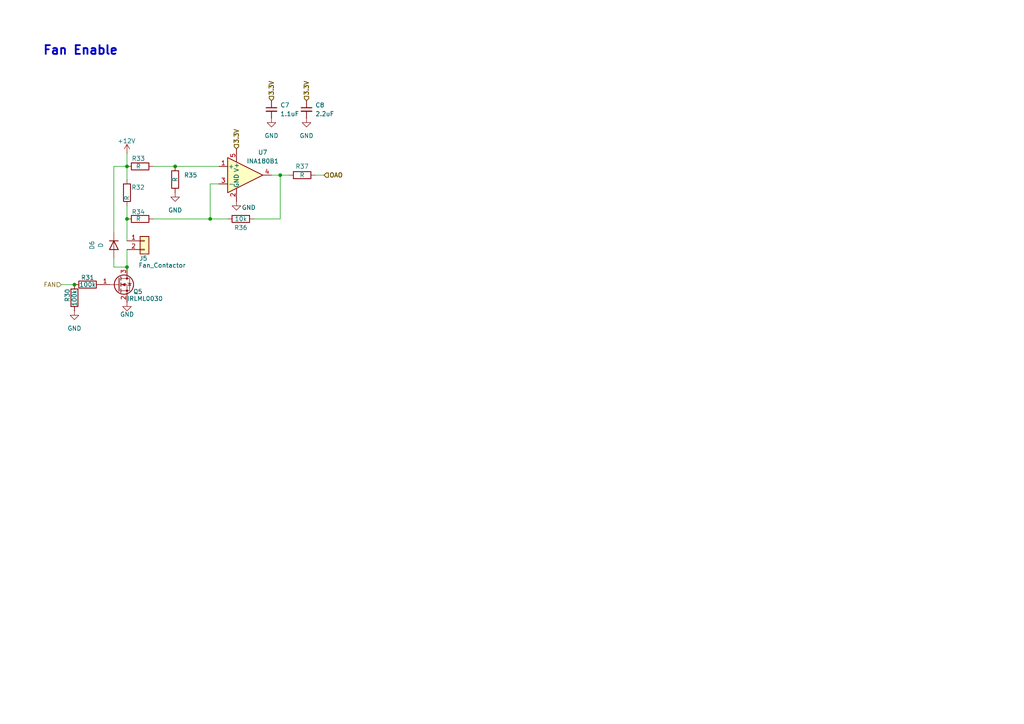
<source format=kicad_sch>
(kicad_sch (version 20231120) (generator "eeschema") (generator_version "8.0")
  (paper "A4")
  (lib_symbols
    (symbol "Amplifier_Current:INA180B1" (pin_names (offset 0.127))
      (property "Reference" "U" (at 3.81 3.81 0))
      (property "Value" "INA180B1" (at 3.81 -2.54 0))
      (symbol "INA180B1_0_1"
        (polyline (pts (xy 5.08 0) (xy -5.08 5.08) (xy -5.08 -5.08) (xy 5.08 0)) (stroke (width 0.254)) (fill (type background)))
      )
      (symbol "INA180B1_1_1"
        (pin input line (at -7.62 2.54 0) (length 2.54) (name "+") (number "1"))
        (pin power_in line (at -2.54 -7.62 90) (length 3.81) (name "GND") (number "2"))
        (pin input line (at -7.62 -2.54 0) (length 2.54) (name "-") (number "3"))
        (pin output line (at 7.62 0 180) (length 2.54) (name "~") (number "4"))
        (pin power_in line (at -2.54 7.62 270) (length 3.81) (name "V+") (number "5"))
      )
    )
    (symbol "Connector_Generic:Conn_01x02" (pin_names (offset 1.016) hide)
      (property "Reference" "J" (at 0 2.54 0))
      (property "Value" "Conn_01x02" (at 0 -5.08 0))
      (symbol "Conn_01x02_1_1"
        (rectangle (start -1.27 -2.413) (end 0 -2.667) (stroke (width 0.1524)))
        (rectangle (start -1.27 0.127) (end 0 -0.127) (stroke (width 0.1524)))
        (rectangle (start -1.27 1.27) (end 1.27 -3.81) (stroke (width 0.254)) (fill (type background)))
        (pin passive line (at -5.08 0 0) (length 3.81) (name "Pin_1") (number "1"))
        (pin passive line (at -5.08 -2.54 0) (length 3.81) (name "Pin_2") (number "2"))
      )
    )
    (symbol "Device:C_Small" (pin_numbers hide) (pin_names (offset 0.254) hide)
      (property "Reference" "C" (at 0.254 1.778 0))
      (property "Value" "C_Small" (at 0.254 -2.032 0))
      (symbol "C_Small_0_1"
        (polyline (pts (xy -1.524 -0.508) (xy 1.524 -0.508)) (stroke (width 0.3302)))
        (polyline (pts (xy -1.524 0.508) (xy 1.524 0.508)) (stroke (width 0.3048)))
      )
      (symbol "C_Small_1_1"
        (pin passive line (at 0 2.54 270) (length 2.032) (name "~") (number "1"))
        (pin passive line (at 0 -2.54 90) (length 2.032) (name "~") (number "2"))
      )
    )
    (symbol "Device:D" (pin_numbers hide) (pin_names (offset 1.016) hide)
      (property "Reference" "D" (at 0 2.54 0))
      (property "Value" "D" (at 0 -2.54 0))
      (symbol "D_0_1"
        (polyline (pts (xy -1.27 1.27) (xy -1.27 -1.27)) (stroke (width 0.254)))
        (polyline (pts (xy 1.27 0) (xy -1.27 0)))
        (polyline (pts (xy 1.27 1.27) (xy 1.27 -1.27) (xy -1.27 0) (xy 1.27 1.27)) (stroke (width 0.254)))
      )
      (symbol "D_1_1"
        (pin passive line (at -3.81 0 0) (length 2.54) (name "K") (number "1"))
        (pin passive line (at 3.81 0 180) (length 2.54) (name "A") (number "2"))
      )
    )
    (symbol "Device:R" (pin_numbers hide) (pin_names (offset 0))
      (property "Reference" "R" (at 2.032 0 90))
      (property "Value" "R" (at 0 0 90))
      (symbol "R_0_1"
        (rectangle (start -1.016 -2.54) (end 1.016 2.54) (stroke (width 0.254)))
      )
      (symbol "R_1_1"
        (pin passive line (at 0 3.81 270) (length 1.27) (name "~") (number "1"))
        (pin passive line (at 0 -3.81 90) (length 1.27) (name "~") (number "2"))
      )
    )
    (symbol "Transistor_FET:IRLML0030" (pin_names hide)
      (property "Reference" "Q" (at 5.08 1.905 0))
      (property "Value" "IRLML0030" (at 5.08 0 0))
      (symbol "IRLML0030_0_1"
        (polyline (pts (xy 0.254 0) (xy -2.54 0)))
        (polyline (pts (xy 0.254 1.905) (xy 0.254 -1.905)) (stroke (width 0.254)))
        (polyline (pts (xy 0.762 -1.27) (xy 0.762 -2.286)) (stroke (width 0.254)))
        (polyline (pts (xy 0.762 0.508) (xy 0.762 -0.508)) (stroke (width 0.254)))
        (polyline (pts (xy 0.762 2.286) (xy 0.762 1.27)) (stroke (width 0.254)))
        (polyline (pts (xy 2.54 2.54) (xy 2.54 1.778)))
        (polyline (pts (xy 2.54 -2.54) (xy 2.54 0) (xy 0.762 0)))
        (polyline (pts (xy 0.762 -1.778) (xy 3.302 -1.778) (xy 3.302 1.778) (xy 0.762 1.778)))
        (polyline (pts (xy 1.016 0) (xy 2.032 0.381) (xy 2.032 -0.381) (xy 1.016 0)) (fill (type outline)))
        (polyline (pts (xy 2.794 0.508) (xy 2.921 0.381) (xy 3.683 0.381) (xy 3.81 0.254)))
        (polyline (pts (xy 3.302 0.381) (xy 2.921 -0.254) (xy 3.683 -0.254) (xy 3.302 0.381)))
        (circle (center 1.651 0) (radius 2.794) (stroke (width 0.254)))
        (circle (center 2.54 -1.778) (radius 0.254) (fill (type outline)))
        (circle (center 2.54 1.778) (radius 0.254) (fill (type outline)))
      )
      (symbol "IRLML0030_1_1"
        (pin input line (at -5.08 0 0) (length 2.54) (name "G") (number "1"))
        (pin passive line (at 2.54 -5.08 90) (length 2.54) (name "S") (number "2"))
        (pin passive line (at 2.54 5.08 270) (length 2.54) (name "D") (number "3"))
      )
    )
    (symbol "power:+12V" (power) (pin_numbers hide) (pin_names (offset 0) hide)
      (property "Value" "+12V" (at 0 3.556 0))
      (symbol "+12V_0_1"
        (polyline (pts (xy -0.762 1.27) (xy 0 2.54)))
        (polyline (pts (xy 0 0) (xy 0 2.54)))
        (polyline (pts (xy 0 2.54) (xy 0.762 1.27)))
      )
      (symbol "+12V_1_1"
        (pin power_in line (at 0 0 90) (length 0) (name "~") (number "1"))
      )
    )
    (symbol "power:GND" (power) (pin_numbers hide) (pin_names (offset 0) hide)
      (property "Value" "GND" (at 0 -3.81 0))
      (symbol "GND_0_1"
        (polyline (pts (xy 0 0) (xy 0 -1.27) (xy 1.27 -1.27) (xy 0 -2.54) (xy -1.27 -1.27) (xy 0 -1.27)))
      )
      (symbol "GND_1_1"
        (pin power_in line (at 0 0 270) (length 0) (name "~") (number "1"))
      )
    )
  )
  (junction (at 36.83 77.47))
  (junction (at 81.28 50.8))
  (junction (at 36.83 63.5))
  (junction (at 60.96 63.5))
  (junction (at 50.8 48.26))
  (junction (at 21.59 82.55))
  (junction (at 36.83 48.26))
  (wire (pts (xy 33.02 67.31) (xy 33.02 48.26)))
  (wire (pts (xy 44.45 48.26) (xy 50.8 48.26)))
  (wire (pts (xy 60.96 63.5) (xy 66.04 63.5)))
  (wire (pts (xy 33.02 48.26) (xy 36.83 48.26)))
  (wire (pts (xy 36.83 59.69) (xy 36.83 63.5)))
  (wire (pts (xy 33.02 77.47) (xy 36.83 77.47)))
  (wire (pts (xy 36.83 44.45) (xy 36.83 48.26)))
  (wire (pts (xy 91.44 50.8) (xy 93.98 50.8)))
  (wire (pts (xy 36.83 77.47) (xy 36.83 72.39)))
  (wire (pts (xy 50.8 48.26) (xy 63.5 48.26)))
  (wire (pts (xy 81.28 50.8) (xy 81.28 63.5)))
  (wire (pts (xy 17.78 82.55) (xy 21.59 82.55)))
  (wire (pts (xy 60.96 53.34) (xy 60.96 63.5)))
  (wire (pts (xy 78.74 50.8) (xy 81.28 50.8)))
  (wire (pts (xy 44.45 63.5) (xy 60.96 63.5)))
  (wire (pts (xy 36.83 48.26) (xy 36.83 52.07)))
  (wire (pts (xy 33.02 74.93) (xy 33.02 77.47)))
  (wire (pts (xy 60.96 53.34) (xy 63.5 53.34)))
  (wire (pts (xy 81.28 50.8) (xy 83.82 50.8)))
  (wire (pts (xy 81.28 63.5) (xy 73.66 63.5)))
  (wire (pts (xy 36.83 63.5) (xy 36.83 69.85)))
  (text "Fan Enable\n" (at 23.368 14.732 0) (effects (font (size 2.54 2.54) (thickness 0.508) (bold yes))))
  (hierarchical_label "OAO" (shape input) (at 93.98 50.8 0) (effects (font (thickness 0.254) (bold yes))))
  (hierarchical_label "3.3V" (shape input) (at 88.9 29.21 90) (effects (font (thickness 0.254) (bold yes))))
  (hierarchical_label "3.3V" (shape input) (at 68.58 43.18 90) (effects (font (thickness 0.254) (bold yes))))
  (hierarchical_label "3.3V" (shape input) (at 78.74 29.21 90) (effects (font (thickness 0.254) (bold yes))))
  (hierarchical_label "FAN" (shape input) (at 17.78 82.55 180))
  (symbol (lib_id "power:+12V") (at 36.83 44.45 0) (unit 1)
    (property "Reference" "#PWR016" (effects (hide yes)))
    (property "Value" "+12V" (at 34.036 40.894 0) (effects (justify left)))
    (property "Description" "Power symbol creates a global label with name \"+12V\"" (effects (hide yes)))
    (instances (project "BPS-Leader" (path "" (reference "#PWR023") (unit 1)) (path "" (reference "#PWR037") (unit 1)) (path "" (reference "#PWR016") (unit 1)) (path "" (reference "#PWR030") (unit 1))))
  )
  (symbol (lib_id "Device:R") (at 21.59 86.36 0) (unit 1)
    (property "Reference" "R22" (at 19.558 87.63 90) (effects (justify left)))
    (property "Value" "100k" (at 21.59 88.9 90) (effects (justify left)))
    (property "Footprint" "Resistor_SMD:R_0805_2012Metric" (effects (hide yes)))
    (property "Description" "Resistor" (effects (hide yes)))
    (instances (project "BPS-Leader" (path "" (reference "R30") (unit 1)) (path "" (reference "R46") (unit 1)) (path "" (reference "R22") (unit 1)) (path "" (reference "R38") (unit 1))))
  )
  (symbol (lib_id "Device:R") (at 25.4 82.55 90) (unit 1)
    (property "Reference" "R23" (at 25.4 80.518 90))
    (property "Value" "100k" (at 25.4 82.55 90))
    (property "Footprint" "Resistor_SMD:R_0805_2012Metric" (effects (hide yes)))
    (property "Description" "Resistor" (effects (hide yes)))
    (instances (project "BPS-Leader" (path "" (reference "R31") (unit 1)) (path "" (reference "R47") (unit 1)) (path "" (reference "R23") (unit 1)) (path "" (reference "R39") (unit 1))))
  )
  (symbol (lib_id "power:GND") (at 78.74 34.29 0) (unit 1)
    (property "Reference" "#PWR020" (effects (hide yes)))
    (property "Value" "GND" (at 78.74 39.37 0))
    (property "Description" "Power symbol creates a global label with name \"GND\" , ground" (effects (hide yes)))
    (instances (project "BPS-Leader" (path "" (reference "#PWR027") (unit 1)) (path "" (reference "#PWR041") (unit 1)) (path "" (reference "#PWR020") (unit 1)) (path "" (reference "#PWR034") (unit 1))))
  )
  (symbol (lib_id "Device:C_Small") (at 88.9 31.75 0) (unit 1)
    (property "Reference" "C6" (at 91.44 30.4862 0) (effects (justify left)))
    (property "Value" "2.2uF" (at 91.44 33.0262 0) (effects (justify left)))
    (property "Description" "Unpolarized capacitor, small symbol" (effects (hide yes)))
    (instances (project "BPS-Leader" (path "" (reference "C8") (unit 1)) (path "" (reference "C12") (unit 1)) (path "" (reference "C6") (unit 1)) (path "" (reference "C10") (unit 1))))
  )
  (symbol (lib_id "Device:R") (at 69.85 63.5 90) (unit 1)
    (property "Reference" "R28" (at 69.85 66.04 90))
    (property "Value" "10k" (at 69.85 63.5 90))
    (property "Description" "Resistor" (effects (hide yes)))
    (instances (project "BPS-Leader" (path "" (reference "R36") (unit 1)) (path "" (reference "R52") (unit 1)) (path "" (reference "R28") (unit 1)) (path "" (reference "R44") (unit 1))))
  )
  (symbol (lib_id "power:GND") (at 21.59 90.17 0) (unit 1)
    (property "Reference" "#PWR015" (effects (hide yes)))
    (property "Value" "GND" (at 21.59 95.25 0))
    (property "Description" "Power symbol creates a global label with name \"GND\" , ground" (effects (hide yes)))
    (instances (project "BPS-Leader" (path "" (reference "#PWR022") (unit 1)) (path "" (reference "#PWR036") (unit 1)) (path "" (reference "#PWR015") (unit 1)) (path "" (reference "#PWR029") (unit 1))))
  )
  (symbol (lib_id "Device:R") (at 36.83 55.88 0) (unit 1)
    (property "Reference" "R24" (at 38.1 54.356 0) (effects (justify left)))
    (property "Value" "R" (at 36.83 58.166 90) (effects (justify left)))
    (property "Description" "Resistor" (effects (hide yes)))
    (instances (project "BPS-Leader" (path "" (reference "R32") (unit 1)) (path "" (reference "R48") (unit 1)) (path "" (reference "R24") (unit 1)) (path "" (reference "R40") (unit 1))))
  )
  (symbol (lib_id "power:GND") (at 88.9 34.29 0) (unit 1)
    (property "Reference" "#PWR021" (effects (hide yes)))
    (property "Value" "GND" (at 88.9 39.37 0))
    (property "Description" "Power symbol creates a global label with name \"GND\" , ground" (effects (hide yes)))
    (instances (project "BPS-Leader" (path "" (reference "#PWR028") (unit 1)) (path "" (reference "#PWR042") (unit 1)) (path "" (reference "#PWR021") (unit 1)) (path "" (reference "#PWR035") (unit 1))))
  )
  (symbol (lib_id "Device:D") (at 33.02 71.12 270) (unit 1)
    (property "Reference" "D3" (at 26.67 71.12 0))
    (property "Value" "D" (at 29.21 71.12 0))
    (property "Footprint" "Diode_SMD:D_0805_2012Metric" (effects (hide yes)))
    (property "Description" "Diode" (effects (hide yes)))
    (property "Sim.Device" "D" (effects (hide yes)))
    (property "Sim.Pins" "1=K 2=A" (effects (hide yes)))
    (instances (project "BPS-Leader" (path "" (reference "D6") (unit 1)) (path "" (reference "D8") (unit 1)) (path "" (reference "D3") (unit 1)) (path "" (reference "D7") (unit 1))))
  )
  (symbol (lib_id "Device:R") (at 40.64 48.26 90) (unit 1)
    (property "Reference" "R25" (at 40.132 45.974 90))
    (property "Value" "R" (at 40.132 48.26 90))
    (property "Description" "Resistor" (effects (hide yes)))
    (instances (project "BPS-Leader" (path "" (reference "R33") (unit 1)) (path "" (reference "R49") (unit 1)) (path "" (reference "R25") (unit 1)) (path "" (reference "R41") (unit 1))))
  )
  (symbol (lib_id "Device:C_Small") (at 78.74 31.75 0) (unit 1)
    (property "Reference" "C5" (at 81.28 30.4862 0) (effects (justify left)))
    (property "Value" "1.1uF" (at 81.28 33.0262 0) (effects (justify left)))
    (property "Description" "Unpolarized capacitor, small symbol" (effects (hide yes)))
    (instances (project "BPS-Leader" (path "" (reference "C7") (unit 1)) (path "" (reference "C11") (unit 1)) (path "" (reference "C5") (unit 1)) (path "" (reference "C9") (unit 1))))
  )
  (symbol (lib_id "Amplifier_Current:INA180B1") (at 71.12 50.8 0) (unit 1)
    (property "Reference" "U6" (at 76.2 44.196 0))
    (property "Value" "INA180B1" (at 76.2 46.736 0))
    (property "Footprint" "Package_TO_SOT_SMD:SOT-23-5" (effects (hide yes)))
    (property "Datasheet" "http://www.ti.com/lit/ds/symlink/ina180.pdf" (effects (hide yes)))
    (property "Description" "Current Sense Amplifier, 1 Circuit, Rail-to-Rail, 26V, Gain 20 V/V, SOT-23-5" (effects (hide yes)))
    (instances (project "BPS-Leader" (path "" (reference "U7") (unit 1)) (path "" (reference "U9") (unit 1)) (path "" (reference "U6") (unit 1)) (path "" (reference "U8") (unit 1))))
  )
  (symbol (lib_id "Connector_Generic:Conn_01x02") (at 41.91 69.85 0) (unit 1)
    (property "Reference" "J4" (at 40.386 74.93 0) (effects (justify left)))
    (property "Value" "Fan_Contactor" (at 40.132 76.962 0) (effects (justify left)))
    (property "Footprint" "utsvt-connectors:Molex_MicroFit3.0_1x2xP3.00mm_PolarizingPeg_Vertical" (effects (hide yes)))
    (property "Description" "Generic connector, single row, 01x02, script generated (kicad-library-utils/schlib/autogen/connector/)" (effects (hide yes)))
    (instances (project "BPS-Leader" (path "" (reference "J5") (unit 1)) (path "" (reference "J7") (unit 1)) (path "" (reference "J4") (unit 1)) (path "" (reference "J6") (unit 1))))
  )
  (symbol (lib_id "Device:R") (at 87.63 50.8 90) (unit 1)
    (property "Reference" "R29" (at 87.63 48.26 90))
    (property "Value" "R" (at 87.63 50.8 90))
    (property "Description" "Resistor" (effects (hide yes)))
    (instances (project "BPS-Leader" (path "" (reference "R37") (unit 1)) (path "" (reference "R53") (unit 1)) (path "" (reference "R29") (unit 1)) (path "" (reference "R45") (unit 1))))
  )
  (symbol (lib_id "power:GND") (at 50.8 55.88 0) (unit 1)
    (property "Reference" "#PWR018" (effects (hide yes)))
    (property "Value" "GND" (at 50.8 60.96 0))
    (property "Description" "Power symbol creates a global label with name \"GND\" , ground" (effects (hide yes)))
    (instances (project "BPS-Leader" (path "" (reference "#PWR025") (unit 1)) (path "" (reference "#PWR039") (unit 1)) (path "" (reference "#PWR018") (unit 1)) (path "" (reference "#PWR032") (unit 1))))
  )
  (symbol (lib_id "Device:R") (at 40.64 63.5 90) (unit 1)
    (property "Reference" "R26" (at 40.132 61.468 90))
    (property "Value" "R" (at 40.132 63.5 90))
    (property "Description" "Resistor" (effects (hide yes)))
    (instances (project "BPS-Leader" (path "" (reference "R34") (unit 1)) (path "" (reference "R50") (unit 1)) (path "" (reference "R26") (unit 1)) (path "" (reference "R42") (unit 1))))
  )
  (symbol (lib_id "power:GND") (at 36.83 87.63 0) (unit 1)
    (property "Reference" "#PWR017" (effects (hide yes)))
    (property "Value" "GND" (at 34.798 91.186 0) (effects (justify left)))
    (property "Description" "Power symbol creates a global label with name \"GND\" , ground" (effects (hide yes)))
    (instances (project "BPS-Leader" (path "" (reference "#PWR024") (unit 1)) (path "" (reference "#PWR038") (unit 1)) (path "" (reference "#PWR017") (unit 1)) (path "" (reference "#PWR031") (unit 1))))
  )
  (symbol (lib_id "Device:R") (at 50.8 52.07 0) (unit 1)
    (property "Reference" "R27" (at 53.34 50.7999 0) (effects (justify left)))
    (property "Value" "R" (at 50.8 52.832 90) (effects (justify left)))
    (property "Description" "Resistor" (effects (hide yes)))
    (instances (project "BPS-Leader" (path "" (reference "R35") (unit 1)) (path "" (reference "R51") (unit 1)) (path "" (reference "R27") (unit 1)) (path "" (reference "R43") (unit 1))))
  )
  (symbol (lib_id "Transistor_FET:IRLML0030") (at 34.29 82.55 0) (unit 1)
    (property "Reference" "Q4" (at 38.608 84.582 0) (effects (justify left)))
    (property "Value" "IRLML0030" (at 36.83 86.614 0) (effects (justify left)))
    (property "Footprint" "Package_TO_SOT_SMD:SOT-23" (effects (hide yes)))
    (property "Datasheet" "https://www.infineon.com/dgdl/irlml0030pbf.pdf?fileId=5546d462533600a401535664773825df" (effects (hide yes)))
    (property "Description" "5.3A Id, 30V Vds, 27mOhm Rds, N-Channel HEXFET Power MOSFET, SOT-23" (effects (hide yes)))
    (instances (project "BPS-Leader" (path "" (reference "Q5") (unit 1)) (path "" (reference "Q7") (unit 1)) (path "" (reference "Q4") (unit 1)) (path "" (reference "Q6") (unit 1))))
  )
  (symbol (lib_id "power:GND") (at 68.58 58.42 0) (unit 1)
    (property "Reference" "#PWR019" (effects (hide yes)))
    (property "Value" "GND" (at 72.136 60.198 0))
    (property "Description" "Power symbol creates a global label with name \"GND\" , ground" (effects (hide yes)))
    (instances (project "BPS-Leader" (path "" (reference "#PWR026") (unit 1)) (path "" (reference "#PWR040") (unit 1)) (path "" (reference "#PWR019") (unit 1)) (path "" (reference "#PWR033") (unit 1))))
  )
)
</source>
